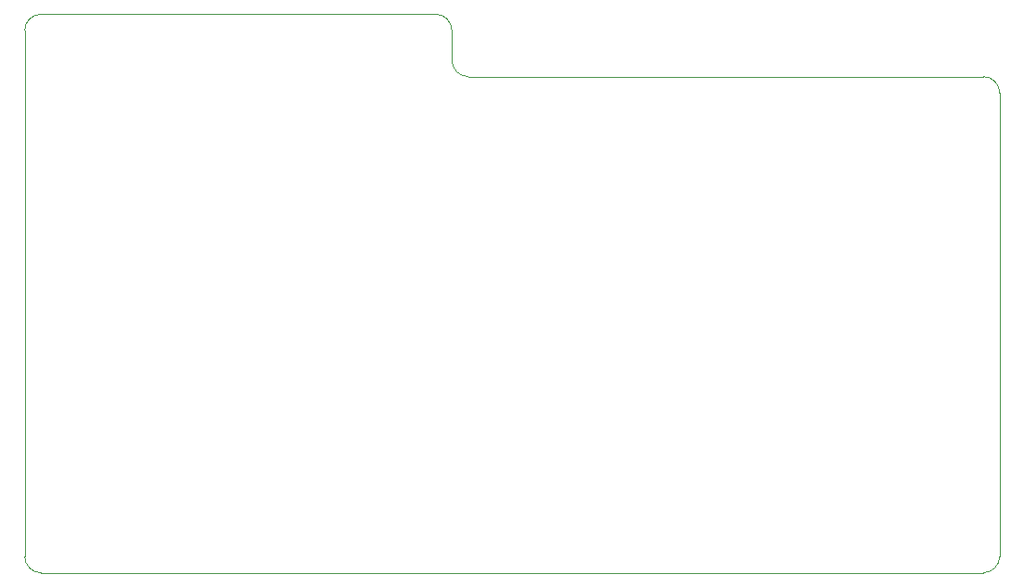
<source format=gbr>
%TF.GenerationSoftware,KiCad,Pcbnew,8.0.8-8.0.8-0~ubuntu24.04.1*%
%TF.CreationDate,2025-05-06T14:12:17+03:00*%
%TF.ProjectId,kicad_soundcard_dev_v0,6b696361-645f-4736-9f75-6e6463617264,rev?*%
%TF.SameCoordinates,Original*%
%TF.FileFunction,Profile,NP*%
%FSLAX46Y46*%
G04 Gerber Fmt 4.6, Leading zero omitted, Abs format (unit mm)*
G04 Created by KiCad (PCBNEW 8.0.8-8.0.8-0~ubuntu24.04.1) date 2025-05-06 14:12:17*
%MOMM*%
%LPD*%
G01*
G04 APERTURE LIST*
%TA.AperFunction,Profile*%
%ADD10C,0.050000*%
%TD*%
G04 APERTURE END LIST*
D10*
X175200000Y-60000000D02*
G75*
G02*
X176700000Y-61500000I0J-1500000D01*
G01*
X226700000Y-109500000D02*
X226700000Y-67200000D01*
X226700000Y-109500000D02*
G75*
G02*
X225200000Y-111000000I-1500000J0D01*
G01*
X137700000Y-61500000D02*
X137700000Y-109500000D01*
X225200000Y-65700000D02*
X178200000Y-65700000D01*
X178200000Y-65700000D02*
G75*
G02*
X176700000Y-64200000I0J1500000D01*
G01*
X139200000Y-111000000D02*
G75*
G02*
X137700000Y-109500000I0J1500000D01*
G01*
X175200000Y-60000000D02*
X139200000Y-60000000D01*
X176700000Y-64200000D02*
X176700000Y-61500000D01*
X139200000Y-111000000D02*
X225200000Y-111000000D01*
X137700000Y-61500000D02*
G75*
G02*
X139200000Y-60000000I1500000J0D01*
G01*
X225200000Y-65700000D02*
G75*
G02*
X226700000Y-67200000I0J-1500000D01*
G01*
M02*

</source>
